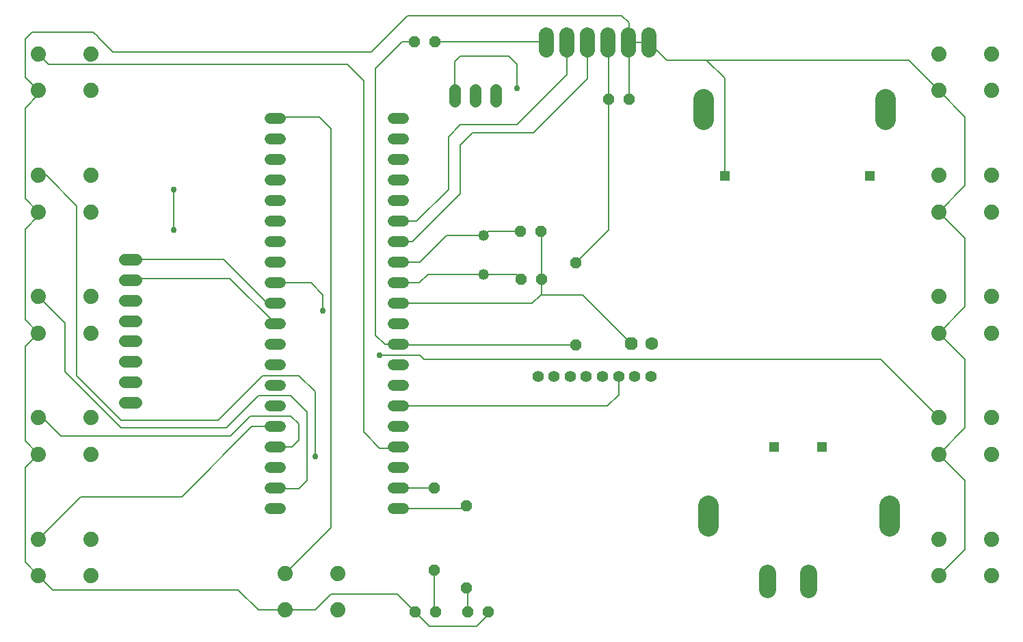
<source format=gbr>
G04 EAGLE Gerber RS-274X export*
G75*
%MOMM*%
%FSLAX34Y34*%
%LPD*%
%INBottom Copper*%
%IPPOS*%
%AMOC8*
5,1,8,0,0,1.08239X$1,22.5*%
G01*
%ADD10P,1.732040X8X202.500000*%
%ADD11C,1.600200*%
%ADD12P,1.429621X8X202.500000*%
%ADD13C,1.879600*%
%ADD14C,2.540000*%
%ADD15C,1.320800*%
%ADD16C,1.422400*%
%ADD17P,1.429621X8X22.500000*%
%ADD18C,1.320800*%
%ADD19P,1.429621X8X292.500000*%
%ADD20P,1.429621X8X112.500000*%
%ADD21C,1.422400*%
%ADD22R,1.308000X1.308000*%
%ADD23C,2.095500*%
%ADD24C,1.879600*%
%ADD25C,0.152400*%
%ADD26C,0.756400*%


D10*
X661700Y364800D03*
D11*
X687100Y364800D03*
D12*
X550100Y503700D03*
X524700Y503700D03*
X550900Y443700D03*
X525500Y443700D03*
D13*
X233188Y80206D03*
X298212Y80206D03*
X233188Y34994D03*
X298212Y34994D03*
D14*
X976522Y641600D02*
X976522Y667000D01*
X751478Y667000D02*
X751478Y641600D01*
X756778Y163400D02*
X756778Y138000D01*
X981822Y138000D02*
X981822Y163400D01*
D15*
X379904Y160000D02*
X366696Y160000D01*
X366696Y185400D02*
X379904Y185400D01*
X379904Y312400D02*
X366696Y312400D01*
X366696Y337800D02*
X379904Y337800D01*
X379904Y210800D02*
X366696Y210800D01*
X366696Y236200D02*
X379904Y236200D01*
X379904Y287000D02*
X366696Y287000D01*
X366696Y261600D02*
X379904Y261600D01*
X379904Y363200D02*
X366696Y363200D01*
X366696Y388600D02*
X379904Y388600D01*
X379904Y414000D02*
X366696Y414000D01*
X366696Y439400D02*
X379904Y439400D01*
X379904Y464800D02*
X366696Y464800D01*
X366696Y490200D02*
X379904Y490200D01*
X379904Y515600D02*
X366696Y515600D01*
X366696Y541000D02*
X379904Y541000D01*
X379904Y566400D02*
X366696Y566400D01*
X366696Y591800D02*
X379904Y591800D01*
X379904Y617200D02*
X366696Y617200D01*
X366696Y642600D02*
X379904Y642600D01*
X227504Y642600D02*
X214296Y642600D01*
X214296Y617200D02*
X227504Y617200D01*
X227504Y591800D02*
X214296Y591800D01*
X214296Y566400D02*
X227504Y566400D01*
X227504Y541000D02*
X214296Y541000D01*
X214296Y515600D02*
X227504Y515600D01*
X227504Y490200D02*
X214296Y490200D01*
X214296Y464800D02*
X227504Y464800D01*
X227504Y439400D02*
X214296Y439400D01*
X214296Y414000D02*
X227504Y414000D01*
X227504Y388600D02*
X214296Y388600D01*
X214296Y363200D02*
X227504Y363200D01*
X227504Y337800D02*
X214296Y337800D01*
X214296Y312400D02*
X227504Y312400D01*
X227504Y287000D02*
X214296Y287000D01*
X214296Y261600D02*
X227504Y261600D01*
X227504Y236200D02*
X214296Y236200D01*
X214296Y210800D02*
X227504Y210800D01*
X227504Y185400D02*
X214296Y185400D01*
X214296Y160000D02*
X227504Y160000D01*
D16*
X443400Y664188D02*
X443400Y678412D01*
X468800Y678412D02*
X468800Y664188D01*
X494200Y664188D02*
X494200Y678412D01*
X48412Y468400D02*
X34188Y468400D01*
X34188Y443000D02*
X48412Y443000D01*
X48412Y417600D02*
X34188Y417600D01*
X34188Y392200D02*
X48412Y392200D01*
X48412Y367700D02*
X34188Y367700D01*
X34188Y342300D02*
X48412Y342300D01*
X48412Y316900D02*
X34188Y316900D01*
X34188Y291500D02*
X48412Y291500D01*
D12*
X419700Y32500D03*
X394300Y32500D03*
D17*
X458700Y32500D03*
X484100Y32500D03*
D18*
X478700Y449870D03*
X478700Y498130D03*
D19*
X592500Y464100D03*
X592500Y362500D03*
D20*
X417500Y83900D03*
X417500Y185500D03*
X457500Y61900D03*
X457500Y163500D03*
D13*
X-72512Y722606D03*
X-7488Y722606D03*
X-72512Y677394D03*
X-7488Y677394D03*
X1042488Y122606D03*
X1107512Y122606D03*
X1042488Y77394D03*
X1107512Y77394D03*
X-72512Y422606D03*
X-7488Y422606D03*
X-72512Y377394D03*
X-7488Y377394D03*
X-72512Y572606D03*
X-7488Y572606D03*
X-72512Y527394D03*
X-7488Y527394D03*
X-72512Y272606D03*
X-7488Y272606D03*
X-72512Y227394D03*
X-7488Y227394D03*
X-72512Y122606D03*
X-7488Y122606D03*
X-72512Y77394D03*
X-7488Y77394D03*
X1042488Y722606D03*
X1107512Y722606D03*
X1042488Y677394D03*
X1107512Y677394D03*
X1042488Y572606D03*
X1107512Y572606D03*
X1042488Y527394D03*
X1107512Y527394D03*
X1042488Y422606D03*
X1107512Y422606D03*
X1042488Y377394D03*
X1107512Y377394D03*
X1042488Y272606D03*
X1107512Y272606D03*
X1042488Y227394D03*
X1107512Y227394D03*
D21*
X685900Y324000D03*
X665900Y324000D03*
X645900Y324000D03*
X625900Y324000D03*
X605900Y324000D03*
X585900Y324000D03*
X565900Y324000D03*
X545900Y324000D03*
D22*
X897300Y236300D03*
X838300Y236300D03*
X777300Y572300D03*
X957300Y572300D03*
D23*
X830300Y81078D02*
X830300Y60123D01*
X881100Y60123D02*
X881100Y81078D01*
D24*
X556400Y727502D02*
X556400Y746298D01*
X581800Y746298D02*
X581800Y727502D01*
X607200Y727502D02*
X607200Y746298D01*
X632600Y746298D02*
X632600Y727502D01*
X658000Y727502D02*
X658000Y746298D01*
X683400Y746298D02*
X683400Y727502D01*
D12*
X658600Y666600D03*
X633200Y666600D03*
X418600Y737800D03*
X393200Y737800D03*
D25*
X373300Y287000D02*
X632000Y287000D01*
X645900Y300900D02*
X645900Y324000D01*
X645900Y300900D02*
X632000Y287000D01*
X373500Y465000D02*
X373300Y464800D01*
X373500Y465000D02*
X400000Y465000D01*
X433130Y498130D02*
X478700Y498130D01*
X433130Y498130D02*
X400000Y465000D01*
X478700Y498130D02*
X484270Y503700D01*
X524700Y503700D01*
X399400Y439400D02*
X373300Y439400D01*
X409870Y449870D02*
X478700Y449870D01*
X409870Y449870D02*
X399400Y439400D01*
X478700Y449870D02*
X519330Y449870D01*
X525500Y443700D01*
X-72512Y672394D02*
X-72512Y677394D01*
X-72512Y672394D02*
X-89078Y655828D01*
X-89078Y543960D01*
X-72512Y527394D01*
X-72512Y522488D01*
X-89078Y505922D01*
X-89078Y393960D02*
X-72512Y377394D01*
X-89078Y393960D02*
X-89078Y505922D01*
X-72606Y377394D02*
X-72512Y377394D01*
X-72606Y377394D02*
X-89078Y360922D01*
X-89078Y243960D02*
X-72512Y227394D01*
X-89078Y243960D02*
X-89078Y360922D01*
X-72512Y227394D02*
X-84906Y215000D01*
X-85000Y215000D01*
X-89078Y210922D01*
X-89078Y93960D02*
X-72512Y77394D01*
X-89078Y93960D02*
X-89078Y210922D01*
X-72512Y77394D02*
X-55118Y60000D01*
X200006Y34994D02*
X233188Y34994D01*
X175000Y60000D02*
X-55118Y60000D01*
X175000Y60000D02*
X200006Y34994D01*
X233188Y34994D02*
X269994Y34994D01*
X290000Y55000D01*
X371800Y55000D01*
X394300Y32500D01*
X411800Y15000D01*
X470000Y15000D01*
X484100Y29100D01*
X484100Y32500D01*
X220900Y388600D02*
X164500Y445000D01*
X43300Y445000D02*
X41300Y443000D01*
X43300Y445000D02*
X164500Y445000D01*
X658000Y736900D02*
X658600Y736300D01*
X658600Y666600D01*
X658000Y736900D02*
X683400Y736900D01*
X550900Y502900D02*
X550900Y443700D01*
X550900Y502900D02*
X550100Y503700D01*
X550900Y443700D02*
X550900Y425900D01*
X539000Y414000D02*
X373300Y414000D01*
X550000Y425000D02*
X550900Y425900D01*
X550000Y425000D02*
X539000Y414000D01*
X601500Y425000D02*
X661700Y364800D01*
X601500Y425000D02*
X550000Y425000D01*
X1042488Y77488D02*
X1042488Y77394D01*
X1042488Y77488D02*
X1075000Y110000D01*
X1075000Y194882D01*
X1042488Y227394D01*
X1075000Y259906D01*
X1075000Y344882D02*
X1042488Y377394D01*
X1075000Y344882D02*
X1075000Y259906D01*
X1042488Y527394D02*
X1075000Y559906D01*
X1075000Y644882D02*
X1042488Y677394D01*
X1075000Y644882D02*
X1075000Y559906D01*
X1075000Y409906D02*
X1042488Y377394D01*
X1075000Y494882D02*
X1042488Y527394D01*
X1075000Y494882D02*
X1075000Y409906D01*
X1042488Y677394D02*
X1004882Y715000D01*
X-72512Y677394D02*
X-89078Y693960D01*
X-89078Y740922D02*
X-80000Y750000D01*
X-5000Y750000D01*
X1578Y743422D01*
X1578Y743227D01*
X340000Y725000D02*
X385000Y770000D01*
X650000Y770000D01*
X658600Y761400D02*
X658600Y736300D01*
X-89078Y740922D02*
X-89078Y693960D01*
X1578Y743227D02*
X19805Y725000D01*
X340000Y725000D01*
X650000Y770000D02*
X658600Y761400D01*
X683400Y736900D02*
X705300Y715000D01*
X755000Y715000D02*
X1004882Y715000D01*
X755000Y715000D02*
X705300Y715000D01*
X777300Y692700D02*
X777300Y572300D01*
X777300Y692700D02*
X755000Y715000D01*
X393200Y737800D02*
X377800Y737800D01*
X345000Y705000D01*
X345000Y375000D01*
X356800Y363200D02*
X373300Y363200D01*
X356800Y363200D02*
X345000Y375000D01*
X374000Y362500D02*
X592500Y362500D01*
X374000Y362500D02*
X373300Y363200D01*
D26*
X95000Y505000D03*
D25*
X95000Y555000D01*
D26*
X95000Y555000D03*
D25*
X-40000Y390094D02*
X-72512Y422606D01*
X160000Y260000D02*
X200000Y300000D01*
X240000Y300000D01*
X260000Y280000D01*
X260000Y195000D01*
X250000Y185000D01*
X221300Y185000D01*
X220900Y185400D01*
X-40000Y330000D02*
X-40000Y390094D01*
X-40000Y330000D02*
X30000Y260000D01*
X160000Y260000D01*
X-62606Y572606D02*
X-72512Y572606D01*
X-25000Y325000D02*
X30000Y270000D01*
X150000Y270000D01*
X205000Y325000D01*
X250000Y325000D01*
X270000Y305000D02*
X270000Y225000D01*
D26*
X270000Y225000D03*
D25*
X-25000Y535000D02*
X-62606Y572606D01*
X-25000Y535000D02*
X-25000Y325000D01*
X250000Y325000D02*
X270000Y305000D01*
X-67606Y272606D02*
X-72512Y272606D01*
X-67606Y272606D02*
X-45000Y250000D01*
X165000Y250000D01*
X190000Y275000D01*
X240000Y275000D01*
X250000Y265000D01*
X250000Y245000D01*
X241200Y236200D02*
X220900Y236200D01*
X241200Y236200D02*
X250000Y245000D01*
X-20118Y175000D02*
X-72512Y122606D01*
X191600Y261600D02*
X220900Y261600D01*
X105000Y175000D02*
X-20118Y175000D01*
X105000Y175000D02*
X191600Y261600D01*
X970094Y345000D02*
X1042488Y272606D01*
X405000Y345000D02*
X400000Y350000D01*
X350000Y350000D01*
D26*
X350000Y350000D03*
X280000Y405000D03*
D25*
X280000Y425000D01*
X265600Y439400D01*
X220900Y439400D01*
X405000Y345000D02*
X970094Y345000D01*
X290000Y137018D02*
X233188Y80206D01*
X290000Y630000D02*
X275000Y645000D01*
X223300Y645000D01*
X220900Y642600D01*
X290000Y630000D02*
X290000Y137018D01*
X373300Y160000D02*
X454000Y160000D01*
X457500Y163500D01*
X417400Y185400D02*
X373300Y185400D01*
X417400Y185400D02*
X417500Y185500D01*
X-59906Y710000D02*
X-72512Y722606D01*
X-59906Y710000D02*
X310000Y710000D01*
X330000Y690000D01*
X330000Y255000D02*
X350000Y235000D01*
X372100Y235000D01*
X373300Y236200D01*
X330000Y255000D02*
X330000Y690000D01*
X632600Y736900D02*
X633200Y736300D01*
X633200Y666600D01*
X633200Y504800D02*
X592500Y464100D01*
X633200Y504800D02*
X633200Y666600D01*
D26*
X520000Y680000D03*
D25*
X520000Y710000D01*
X510000Y720000D01*
X450000Y720000D01*
X443400Y713400D01*
X443400Y671300D01*
X156600Y468400D02*
X41300Y468400D01*
X211000Y414000D02*
X220900Y414000D01*
X211000Y414000D02*
X156600Y468400D01*
X418600Y737800D02*
X555500Y737800D01*
X556400Y736900D01*
X395600Y515600D02*
X373300Y515600D01*
X435000Y555000D02*
X435000Y620000D01*
X450000Y635000D01*
X520000Y635000D01*
X581800Y696800D01*
X581800Y736900D01*
X435000Y555000D02*
X395600Y515600D01*
X390200Y490200D02*
X373300Y490200D01*
X450000Y550000D02*
X450000Y610000D01*
X465000Y625000D01*
X607200Y692200D02*
X607200Y736900D01*
X450000Y550000D02*
X390200Y490200D01*
X465000Y625000D02*
X540000Y625000D01*
X607200Y692200D01*
X417500Y83900D02*
X417500Y34700D01*
X419700Y32500D01*
X457500Y61900D02*
X458700Y60700D01*
X458700Y32500D01*
M02*

</source>
